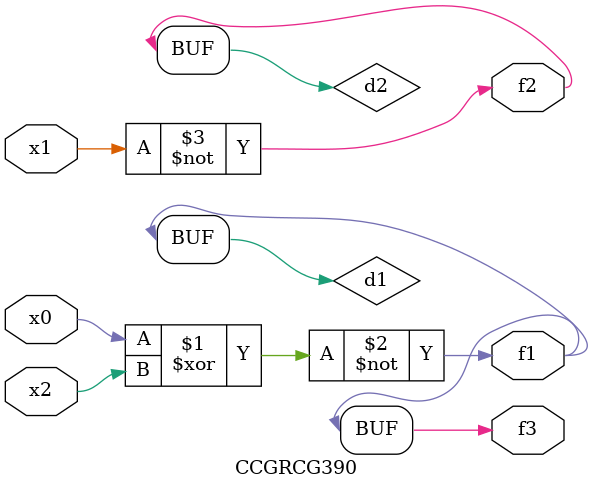
<source format=v>
module CCGRCG390(
	input x0, x1, x2,
	output f1, f2, f3
);

	wire d1, d2, d3;

	xnor (d1, x0, x2);
	nand (d2, x1);
	nor (d3, x1, x2);
	assign f1 = d1;
	assign f2 = d2;
	assign f3 = d1;
endmodule

</source>
